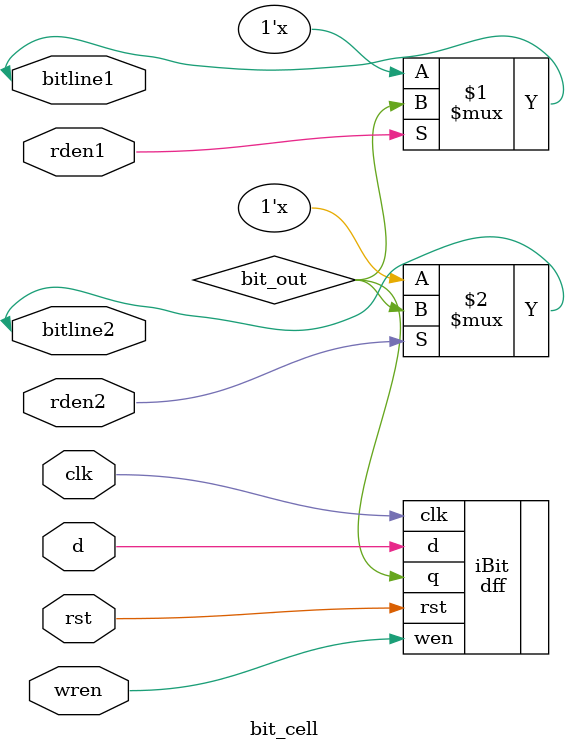
<source format=v>
module bit_cell (
    input clk,
    input rst,
    input d,
    input wren,
    input rden1,
    input rden2,
    inout bitline1,
    inout bitline2
);
    wire bit_out;

    dff iBit (
        .clk(clk),
        .rst(rst),
        .wen(wren),
        .d(d),
        .q(bit_out)
    );

    assign bitline1 = rden1 ? bit_out : 1'bz; 
    assign bitline2 = rden2 ? bit_out : 1'bz; 

endmodule

</source>
